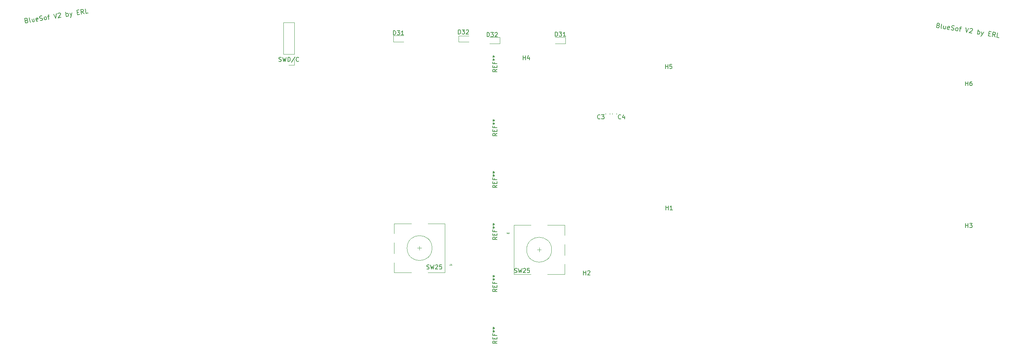
<source format=gto>
G04 #@! TF.GenerationSoftware,KiCad,Pcbnew,(5.99.0-8557-g8988e46ab1)*
G04 #@! TF.CreationDate,2021-01-24T12:11:51-07:00*
G04 #@! TF.ProjectId,BlueSofPanel,426c7565-536f-4665-9061-6e656c2e6b69,rev?*
G04 #@! TF.SameCoordinates,PX85099e0PY51bada0*
G04 #@! TF.FileFunction,Legend,Top*
G04 #@! TF.FilePolarity,Positive*
%FSLAX46Y46*%
G04 Gerber Fmt 4.6, Leading zero omitted, Abs format (unit mm)*
G04 Created by KiCad (PCBNEW (5.99.0-8557-g8988e46ab1)) date 2021-01-24 12:11:51*
%MOMM*%
%LPD*%
G01*
G04 APERTURE LIST*
%ADD10C,0.200000*%
%ADD11C,0.150000*%
%ADD12C,0.120000*%
G04 APERTURE END LIST*
D10*
X-62404921Y43771335D02*
X-62241519Y43744182D01*
X-62181589Y43700640D01*
X-62113464Y43605362D01*
X-62088882Y43450154D01*
X-62124230Y43338487D01*
X-62167771Y43278557D01*
X-62263049Y43210433D01*
X-62676938Y43144879D01*
X-62849016Y44231336D01*
X-62486863Y44288696D01*
X-62375197Y44253348D01*
X-62315267Y44209806D01*
X-62247142Y44114528D01*
X-62230754Y44011056D01*
X-62266102Y43899390D01*
X-62309644Y43839459D01*
X-62404921Y43771335D01*
X-62767074Y43713976D01*
X-61435272Y43341540D02*
X-61546939Y43376887D01*
X-61615063Y43472165D01*
X-61762559Y44403414D01*
X-60670478Y44205146D02*
X-60555759Y43480841D01*
X-61136103Y44131398D02*
X-61045967Y43562301D01*
X-60977842Y43467023D01*
X-60866176Y43431676D01*
X-60710968Y43456258D01*
X-60615690Y43524383D01*
X-60572148Y43584313D01*
X-59632705Y43680072D02*
X-59727983Y43611948D01*
X-59934927Y43579171D01*
X-60046593Y43614519D01*
X-60114718Y43709797D01*
X-60180271Y44123685D01*
X-60144923Y44235351D01*
X-60049645Y44303476D01*
X-59842701Y44336253D01*
X-59731035Y44300905D01*
X-59662910Y44205627D01*
X-59646522Y44102155D01*
X-60147494Y43916741D01*
X-59167080Y43753820D02*
X-59003678Y43726666D01*
X-58744998Y43767637D01*
X-58649720Y43835762D01*
X-58606178Y43895692D01*
X-58570830Y44007358D01*
X-58587218Y44110830D01*
X-58655343Y44206108D01*
X-58715273Y44249650D01*
X-58826939Y44284998D01*
X-59042078Y44303957D01*
X-59153744Y44339305D01*
X-59213674Y44382847D01*
X-59281799Y44478125D01*
X-59298187Y44581597D01*
X-59262839Y44693263D01*
X-59219298Y44753193D01*
X-59124020Y44821318D01*
X-58865339Y44862289D01*
X-58701937Y44835135D01*
X-57917221Y43898744D02*
X-58028887Y43934092D01*
X-58088817Y43977634D01*
X-58156942Y44072912D01*
X-58206107Y44383328D01*
X-58170759Y44494994D01*
X-58127217Y44554925D01*
X-58031939Y44623049D01*
X-57876731Y44647632D01*
X-57765065Y44612284D01*
X-57705135Y44568742D01*
X-57637010Y44473464D01*
X-57587845Y44163048D01*
X-57623193Y44051382D01*
X-57666735Y43991451D01*
X-57762012Y43923327D01*
X-57917221Y43898744D01*
X-57359371Y44729573D02*
X-56945482Y44795127D01*
X-57089444Y44029851D02*
X-57236939Y44961100D01*
X-57201591Y45072767D01*
X-57106313Y45140891D01*
X-57002841Y45157279D01*
X-55968120Y45321163D02*
X-55433890Y44292065D01*
X-55243815Y45435882D01*
X-54917011Y45381575D02*
X-54873469Y45441505D01*
X-54778191Y45509629D01*
X-54519511Y45550600D01*
X-54407844Y45515253D01*
X-54347914Y45471711D01*
X-54279790Y45376433D01*
X-54263401Y45272961D01*
X-54290555Y45109558D01*
X-54813057Y44390395D01*
X-54140489Y44496920D01*
X-52847087Y44701775D02*
X-53019165Y45788232D01*
X-52953612Y45374343D02*
X-52858334Y45442468D01*
X-52651389Y45475244D01*
X-52539723Y45439897D01*
X-52479793Y45396355D01*
X-52411668Y45301077D01*
X-52362503Y44990661D01*
X-52397851Y44878994D01*
X-52441393Y44819064D01*
X-52536671Y44750940D01*
X-52743615Y44718163D01*
X-52855281Y44753511D01*
X-52082293Y45565380D02*
X-51708894Y44882047D01*
X-51564932Y45647322D02*
X-51708894Y44882047D01*
X-51771395Y44606978D01*
X-51814937Y44547048D01*
X-51910215Y44478923D01*
X-50298684Y45688775D02*
X-49936532Y45746134D01*
X-49691188Y45201620D02*
X-50208548Y45119678D01*
X-50380626Y46206135D01*
X-49863266Y46288077D01*
X-48604731Y45373698D02*
X-49048825Y45833699D01*
X-49225563Y45275368D02*
X-49397641Y46361825D01*
X-48983753Y46427378D01*
X-48872086Y46392031D01*
X-48812156Y46348489D01*
X-48744032Y46253211D01*
X-48719449Y46098003D01*
X-48754797Y45986336D01*
X-48798339Y45926406D01*
X-48893617Y45858282D01*
X-49307505Y45792728D01*
X-47621746Y45529387D02*
X-48139106Y45447445D01*
X-48311184Y46533903D01*
X156571157Y42547444D02*
X156718171Y42471125D01*
X156761713Y42411195D01*
X156797061Y42299529D01*
X156772478Y42144321D01*
X156704354Y42049043D01*
X156644423Y42005501D01*
X156532757Y41970153D01*
X156118869Y42035707D01*
X156290947Y43122164D01*
X156653099Y43064805D01*
X156748377Y42996680D01*
X156791919Y42936750D01*
X156827266Y42825084D01*
X156810878Y42721612D01*
X156742754Y42626334D01*
X156682823Y42582792D01*
X156571157Y42547444D01*
X156209005Y42604803D01*
X157360534Y41839046D02*
X157265256Y41907171D01*
X157229908Y42018837D01*
X157377404Y42950086D01*
X158354766Y42424050D02*
X158240047Y41699745D01*
X157889141Y42497798D02*
X157799005Y41928701D01*
X157834353Y41817035D01*
X157929631Y41748910D01*
X158084839Y41724328D01*
X158196505Y41759675D01*
X158256435Y41803217D01*
X159179490Y41603986D02*
X159067824Y41568638D01*
X158860880Y41601415D01*
X158765602Y41669539D01*
X158730254Y41781206D01*
X158795808Y42195094D01*
X158863932Y42290372D01*
X158975598Y42325720D01*
X159182542Y42292943D01*
X159277820Y42224819D01*
X159313168Y42113152D01*
X159296780Y42009680D01*
X158763031Y41988150D01*
X159645115Y41530238D02*
X159792129Y41453920D01*
X160050809Y41412949D01*
X160162475Y41448296D01*
X160222405Y41491838D01*
X160290530Y41587116D01*
X160306918Y41690588D01*
X160271571Y41802255D01*
X160228029Y41862185D01*
X160132751Y41930309D01*
X159934001Y42014822D01*
X159838723Y42082946D01*
X159795181Y42142877D01*
X159759833Y42254543D01*
X159776222Y42358015D01*
X159844346Y42453293D01*
X159904276Y42496835D01*
X160015943Y42532183D01*
X160274623Y42491212D01*
X160421637Y42414893D01*
X160878586Y41281842D02*
X160783308Y41349966D01*
X160739766Y41409896D01*
X160704418Y41521563D01*
X160753583Y41831979D01*
X160821708Y41927257D01*
X160881638Y41970799D01*
X160993304Y42006146D01*
X161148513Y41981564D01*
X161243791Y41913439D01*
X161287332Y41853509D01*
X161322680Y41741843D01*
X161273515Y41431427D01*
X161205391Y41336149D01*
X161145460Y41292607D01*
X161033794Y41257259D01*
X160878586Y41281842D01*
X161665873Y41899622D02*
X162079762Y41834069D01*
X161706363Y41150735D02*
X161853858Y42081984D01*
X161921982Y42177262D01*
X162033649Y42212609D01*
X162137121Y42196221D01*
X163171842Y42032337D02*
X163361917Y40888521D01*
X163896147Y41917619D01*
X164190175Y41764981D02*
X164250105Y41808523D01*
X164361771Y41843871D01*
X164620452Y41802900D01*
X164715730Y41734776D01*
X164759271Y41674845D01*
X164794619Y41563179D01*
X164778231Y41459707D01*
X164701912Y41312693D01*
X163982749Y40790190D01*
X164655318Y40683666D01*
X165948719Y40478811D02*
X166120797Y41565269D01*
X166055244Y41151380D02*
X166166910Y41186728D01*
X166373854Y41153951D01*
X166469132Y41085827D01*
X166512674Y41025896D01*
X166548022Y40914230D01*
X166498857Y40603814D01*
X166430732Y40508536D01*
X166370802Y40464994D01*
X166259136Y40429646D01*
X166052191Y40462423D01*
X165956913Y40530547D01*
X166942951Y41063815D02*
X167086913Y40298539D01*
X167460311Y40981873D02*
X167086913Y40298539D01*
X166942469Y40056247D01*
X166882539Y40012706D01*
X166770873Y39977358D01*
X168677394Y40630005D02*
X169039547Y40572645D01*
X169104619Y39978966D02*
X168587258Y40060908D01*
X168759336Y41147365D01*
X169276697Y41065423D01*
X170191076Y39806888D02*
X169910865Y40381608D01*
X169570243Y39905218D02*
X169742321Y40991676D01*
X170156210Y40926122D01*
X170251488Y40857998D01*
X170295029Y40798067D01*
X170330377Y40686401D01*
X170305794Y40531193D01*
X170237670Y40435915D01*
X170177740Y40392373D01*
X170066074Y40357025D01*
X169652185Y40422579D01*
X171174061Y39651199D02*
X170656700Y39733140D01*
X170828778Y40819598D01*
D11*
X50534610Y-33413184D02*
X50058420Y-33746517D01*
X50534610Y-33984612D02*
X49534610Y-33984612D01*
X49534610Y-33603660D01*
X49582230Y-33508422D01*
X49629849Y-33460803D01*
X49725087Y-33413184D01*
X49867944Y-33413184D01*
X49963182Y-33460803D01*
X50010801Y-33508422D01*
X50058420Y-33603660D01*
X50058420Y-33984612D01*
X50010801Y-32984612D02*
X50010801Y-32651279D01*
X50534610Y-32508422D02*
X50534610Y-32984612D01*
X49534610Y-32984612D01*
X49534610Y-32508422D01*
X50010801Y-31746517D02*
X50010801Y-32079851D01*
X50534610Y-32079851D02*
X49534610Y-32079851D01*
X49534610Y-31603660D01*
X49534610Y-31079851D02*
X49772706Y-31079851D01*
X49677468Y-31317946D02*
X49772706Y-31079851D01*
X49677468Y-30841755D01*
X49963182Y-31222708D02*
X49772706Y-31079851D01*
X49963182Y-30936993D01*
X49534610Y-30317946D02*
X49772706Y-30317946D01*
X49677468Y-30556041D02*
X49772706Y-30317946D01*
X49677468Y-30079851D01*
X49963182Y-30460803D02*
X49772706Y-30317946D01*
X49963182Y-30175089D01*
X50534610Y31986816D02*
X50058420Y31653483D01*
X50534610Y31415388D02*
X49534610Y31415388D01*
X49534610Y31796340D01*
X49582230Y31891578D01*
X49629849Y31939197D01*
X49725087Y31986816D01*
X49867944Y31986816D01*
X49963182Y31939197D01*
X50010801Y31891578D01*
X50058420Y31796340D01*
X50058420Y31415388D01*
X50010801Y32415388D02*
X50010801Y32748721D01*
X50534610Y32891578D02*
X50534610Y32415388D01*
X49534610Y32415388D01*
X49534610Y32891578D01*
X50010801Y33653483D02*
X50010801Y33320149D01*
X50534610Y33320149D02*
X49534610Y33320149D01*
X49534610Y33796340D01*
X49534610Y34320149D02*
X49772706Y34320149D01*
X49677468Y34082054D02*
X49772706Y34320149D01*
X49677468Y34558245D01*
X49963182Y34177292D02*
X49772706Y34320149D01*
X49963182Y34463007D01*
X49534610Y35082054D02*
X49772706Y35082054D01*
X49677468Y34843959D02*
X49772706Y35082054D01*
X49677468Y35320149D01*
X49963182Y34939197D02*
X49772706Y35082054D01*
X49963182Y35224911D01*
X50534610Y16586816D02*
X50058420Y16253483D01*
X50534610Y16015388D02*
X49534610Y16015388D01*
X49534610Y16396340D01*
X49582230Y16491578D01*
X49629849Y16539197D01*
X49725087Y16586816D01*
X49867944Y16586816D01*
X49963182Y16539197D01*
X50010801Y16491578D01*
X50058420Y16396340D01*
X50058420Y16015388D01*
X50010801Y17015388D02*
X50010801Y17348721D01*
X50534610Y17491578D02*
X50534610Y17015388D01*
X49534610Y17015388D01*
X49534610Y17491578D01*
X50010801Y18253483D02*
X50010801Y17920149D01*
X50534610Y17920149D02*
X49534610Y17920149D01*
X49534610Y18396340D01*
X49534610Y18920149D02*
X49772706Y18920149D01*
X49677468Y18682054D02*
X49772706Y18920149D01*
X49677468Y19158245D01*
X49963182Y18777292D02*
X49772706Y18920149D01*
X49963182Y19063007D01*
X49534610Y19682054D02*
X49772706Y19682054D01*
X49677468Y19443959D02*
X49772706Y19682054D01*
X49677468Y19920149D01*
X49963182Y19539197D02*
X49772706Y19682054D01*
X49963182Y19824911D01*
X50534610Y4086816D02*
X50058420Y3753483D01*
X50534610Y3515388D02*
X49534610Y3515388D01*
X49534610Y3896340D01*
X49582230Y3991578D01*
X49629849Y4039197D01*
X49725087Y4086816D01*
X49867944Y4086816D01*
X49963182Y4039197D01*
X50010801Y3991578D01*
X50058420Y3896340D01*
X50058420Y3515388D01*
X50010801Y4515388D02*
X50010801Y4848721D01*
X50534610Y4991578D02*
X50534610Y4515388D01*
X49534610Y4515388D01*
X49534610Y4991578D01*
X50010801Y5753483D02*
X50010801Y5420149D01*
X50534610Y5420149D02*
X49534610Y5420149D01*
X49534610Y5896340D01*
X49534610Y6420149D02*
X49772706Y6420149D01*
X49677468Y6182054D02*
X49772706Y6420149D01*
X49677468Y6658245D01*
X49963182Y6277292D02*
X49772706Y6420149D01*
X49963182Y6563007D01*
X49534610Y7182054D02*
X49772706Y7182054D01*
X49677468Y6943959D02*
X49772706Y7182054D01*
X49677468Y7420149D01*
X49963182Y7039197D02*
X49772706Y7182054D01*
X49963182Y7324911D01*
X50534610Y-8413184D02*
X50058420Y-8746517D01*
X50534610Y-8984612D02*
X49534610Y-8984612D01*
X49534610Y-8603660D01*
X49582230Y-8508422D01*
X49629849Y-8460803D01*
X49725087Y-8413184D01*
X49867944Y-8413184D01*
X49963182Y-8460803D01*
X50010801Y-8508422D01*
X50058420Y-8603660D01*
X50058420Y-8984612D01*
X50010801Y-7984612D02*
X50010801Y-7651279D01*
X50534610Y-7508422D02*
X50534610Y-7984612D01*
X49534610Y-7984612D01*
X49534610Y-7508422D01*
X50010801Y-6746517D02*
X50010801Y-7079851D01*
X50534610Y-7079851D02*
X49534610Y-7079851D01*
X49534610Y-6603660D01*
X49534610Y-6079851D02*
X49772706Y-6079851D01*
X49677468Y-6317946D02*
X49772706Y-6079851D01*
X49677468Y-5841755D01*
X49963182Y-6222708D02*
X49772706Y-6079851D01*
X49963182Y-5936993D01*
X49534610Y-5317946D02*
X49772706Y-5317946D01*
X49677468Y-5556041D02*
X49772706Y-5317946D01*
X49677468Y-5079851D01*
X49963182Y-5460803D02*
X49772706Y-5317946D01*
X49963182Y-5175089D01*
X50534610Y-20913184D02*
X50058420Y-21246517D01*
X50534610Y-21484612D02*
X49534610Y-21484612D01*
X49534610Y-21103660D01*
X49582230Y-21008422D01*
X49629849Y-20960803D01*
X49725087Y-20913184D01*
X49867944Y-20913184D01*
X49963182Y-20960803D01*
X50010801Y-21008422D01*
X50058420Y-21103660D01*
X50058420Y-21484612D01*
X50010801Y-20484612D02*
X50010801Y-20151279D01*
X50534610Y-20008422D02*
X50534610Y-20484612D01*
X49534610Y-20484612D01*
X49534610Y-20008422D01*
X50010801Y-19246517D02*
X50010801Y-19579851D01*
X50534610Y-19579851D02*
X49534610Y-19579851D01*
X49534610Y-19103660D01*
X49534610Y-18579851D02*
X49772706Y-18579851D01*
X49677468Y-18817946D02*
X49772706Y-18579851D01*
X49677468Y-18341755D01*
X49963182Y-18722708D02*
X49772706Y-18579851D01*
X49963182Y-18436993D01*
X49534610Y-17817946D02*
X49772706Y-17817946D01*
X49677468Y-18056041D02*
X49772706Y-17817946D01*
X49677468Y-17579851D01*
X49963182Y-17960803D02*
X49772706Y-17817946D01*
X49963182Y-17675089D01*
X163134801Y28069856D02*
X163134801Y29069856D01*
X163134801Y28593665D02*
X163706229Y28593665D01*
X163706229Y28069856D02*
X163706229Y29069856D01*
X164610991Y29069856D02*
X164420515Y29069856D01*
X164325277Y29022236D01*
X164277658Y28974617D01*
X164182420Y28831760D01*
X164134801Y28641284D01*
X164134801Y28260332D01*
X164182420Y28165094D01*
X164230039Y28117475D01*
X164325277Y28069856D01*
X164515753Y28069856D01*
X164610991Y28117475D01*
X164658610Y28165094D01*
X164706229Y28260332D01*
X164706229Y28498427D01*
X164658610Y28593665D01*
X164610991Y28641284D01*
X164515753Y28688903D01*
X164325277Y28688903D01*
X164230039Y28641284D01*
X164182420Y28593665D01*
X164134801Y28498427D01*
X48182420Y39844856D02*
X48182420Y40844856D01*
X48420515Y40844856D01*
X48563372Y40797236D01*
X48658610Y40701998D01*
X48706229Y40606760D01*
X48753848Y40416284D01*
X48753848Y40273427D01*
X48706229Y40082951D01*
X48658610Y39987713D01*
X48563372Y39892475D01*
X48420515Y39844856D01*
X48182420Y39844856D01*
X49087182Y40844856D02*
X49706229Y40844856D01*
X49372896Y40463903D01*
X49515753Y40463903D01*
X49610991Y40416284D01*
X49658610Y40368665D01*
X49706229Y40273427D01*
X49706229Y40035332D01*
X49658610Y39940094D01*
X49610991Y39892475D01*
X49515753Y39844856D01*
X49230039Y39844856D01*
X49134801Y39892475D01*
X49087182Y39940094D01*
X50087182Y40749617D02*
X50134801Y40797236D01*
X50230039Y40844856D01*
X50468134Y40844856D01*
X50563372Y40797236D01*
X50610991Y40749617D01*
X50658610Y40654379D01*
X50658610Y40559141D01*
X50610991Y40416284D01*
X50039563Y39844856D01*
X50658610Y39844856D01*
X33685230Y-16057525D02*
X33828087Y-16105144D01*
X34066182Y-16105144D01*
X34161420Y-16057525D01*
X34209039Y-16009906D01*
X34256658Y-15914668D01*
X34256658Y-15819430D01*
X34209039Y-15724192D01*
X34161420Y-15676573D01*
X34066182Y-15628954D01*
X33875706Y-15581335D01*
X33780468Y-15533716D01*
X33732849Y-15486097D01*
X33685230Y-15390859D01*
X33685230Y-15295621D01*
X33732849Y-15200383D01*
X33780468Y-15152764D01*
X33875706Y-15105144D01*
X34113801Y-15105144D01*
X34256658Y-15152764D01*
X34589992Y-15105144D02*
X34828087Y-16105144D01*
X35018563Y-15390859D01*
X35209039Y-16105144D01*
X35447134Y-15105144D01*
X35780468Y-15200383D02*
X35828087Y-15152764D01*
X35923325Y-15105144D01*
X36161420Y-15105144D01*
X36256658Y-15152764D01*
X36304277Y-15200383D01*
X36351896Y-15295621D01*
X36351896Y-15390859D01*
X36304277Y-15533716D01*
X35732849Y-16105144D01*
X36351896Y-16105144D01*
X37256658Y-15105144D02*
X36780468Y-15105144D01*
X36732849Y-15581335D01*
X36780468Y-15533716D01*
X36875706Y-15486097D01*
X37113801Y-15486097D01*
X37209039Y-15533716D01*
X37256658Y-15581335D01*
X37304277Y-15676573D01*
X37304277Y-15914668D01*
X37256658Y-16009906D01*
X37209039Y-16057525D01*
X37113801Y-16105144D01*
X36875706Y-16105144D01*
X36780468Y-16057525D01*
X36732849Y-16009906D01*
X91134801Y-1830144D02*
X91134801Y-830144D01*
X91134801Y-1306335D02*
X91706229Y-1306335D01*
X91706229Y-1830144D02*
X91706229Y-830144D01*
X92706229Y-1830144D02*
X92134801Y-1830144D01*
X92420515Y-1830144D02*
X92420515Y-830144D01*
X92325277Y-973002D01*
X92230039Y-1068240D01*
X92134801Y-1115859D01*
X41280468Y40494856D02*
X41280468Y41494856D01*
X41518563Y41494856D01*
X41661420Y41447236D01*
X41756658Y41351998D01*
X41804277Y41256760D01*
X41851896Y41066284D01*
X41851896Y40923427D01*
X41804277Y40732951D01*
X41756658Y40637713D01*
X41661420Y40542475D01*
X41518563Y40494856D01*
X41280468Y40494856D01*
X42185230Y41494856D02*
X42804277Y41494856D01*
X42470944Y41113903D01*
X42613801Y41113903D01*
X42709039Y41066284D01*
X42756658Y41018665D01*
X42804277Y40923427D01*
X42804277Y40685332D01*
X42756658Y40590094D01*
X42709039Y40542475D01*
X42613801Y40494856D01*
X42328087Y40494856D01*
X42232849Y40542475D01*
X42185230Y40590094D01*
X43185230Y41399617D02*
X43232849Y41447236D01*
X43328087Y41494856D01*
X43566182Y41494856D01*
X43661420Y41447236D01*
X43709039Y41399617D01*
X43756658Y41304379D01*
X43756658Y41209141D01*
X43709039Y41066284D01*
X43137611Y40494856D01*
X43756658Y40494856D01*
X-1813199Y33942475D02*
X-1670342Y33894856D01*
X-1432246Y33894856D01*
X-1337008Y33942475D01*
X-1289389Y33990094D01*
X-1241770Y34085332D01*
X-1241770Y34180570D01*
X-1289389Y34275808D01*
X-1337008Y34323427D01*
X-1432246Y34371046D01*
X-1622723Y34418665D01*
X-1717961Y34466284D01*
X-1765580Y34513903D01*
X-1813199Y34609141D01*
X-1813199Y34704379D01*
X-1765580Y34799617D01*
X-1717961Y34847236D01*
X-1622723Y34894856D01*
X-1384627Y34894856D01*
X-1241770Y34847236D01*
X-908437Y34894856D02*
X-670342Y33894856D01*
X-479866Y34609141D01*
X-289389Y33894856D01*
X-51294Y34894856D01*
X329658Y33894856D02*
X329658Y34894856D01*
X567754Y34894856D01*
X710611Y34847236D01*
X805849Y34751998D01*
X853468Y34656760D01*
X901087Y34466284D01*
X901087Y34323427D01*
X853468Y34132951D01*
X805849Y34037713D01*
X710611Y33942475D01*
X567754Y33894856D01*
X329658Y33894856D01*
X2043944Y34942475D02*
X1186801Y33656760D01*
X2948706Y33990094D02*
X2901087Y33942475D01*
X2758230Y33894856D01*
X2662992Y33894856D01*
X2520134Y33942475D01*
X2424896Y34037713D01*
X2377277Y34132951D01*
X2329658Y34323427D01*
X2329658Y34466284D01*
X2377277Y34656760D01*
X2424896Y34751998D01*
X2520134Y34847236D01*
X2662992Y34894856D01*
X2758230Y34894856D01*
X2901087Y34847236D01*
X2948706Y34799617D01*
X56859801Y34294856D02*
X56859801Y35294856D01*
X56859801Y34818665D02*
X57431229Y34818665D01*
X57431229Y34294856D02*
X57431229Y35294856D01*
X58335991Y34961522D02*
X58335991Y34294856D01*
X58097896Y35342475D02*
X57859801Y34628189D01*
X58478848Y34628189D01*
X71359801Y-17505144D02*
X71359801Y-16505144D01*
X71359801Y-16981335D02*
X71931229Y-16981335D01*
X71931229Y-17505144D02*
X71931229Y-16505144D01*
X72359801Y-16600383D02*
X72407420Y-16552764D01*
X72502658Y-16505144D01*
X72740753Y-16505144D01*
X72835991Y-16552764D01*
X72883610Y-16600383D01*
X72931229Y-16695621D01*
X72931229Y-16790859D01*
X72883610Y-16933716D01*
X72312182Y-17505144D01*
X72931229Y-17505144D01*
X54787182Y-16907525D02*
X54930039Y-16955144D01*
X55168134Y-16955144D01*
X55263372Y-16907525D01*
X55310991Y-16859906D01*
X55358610Y-16764668D01*
X55358610Y-16669430D01*
X55310991Y-16574192D01*
X55263372Y-16526573D01*
X55168134Y-16478954D01*
X54977658Y-16431335D01*
X54882420Y-16383716D01*
X54834801Y-16336097D01*
X54787182Y-16240859D01*
X54787182Y-16145621D01*
X54834801Y-16050383D01*
X54882420Y-16002764D01*
X54977658Y-15955144D01*
X55215753Y-15955144D01*
X55358610Y-16002764D01*
X55691944Y-15955144D02*
X55930039Y-16955144D01*
X56120515Y-16240859D01*
X56310991Y-16955144D01*
X56549086Y-15955144D01*
X56882420Y-16050383D02*
X56930039Y-16002764D01*
X57025277Y-15955144D01*
X57263372Y-15955144D01*
X57358610Y-16002764D01*
X57406229Y-16050383D01*
X57453848Y-16145621D01*
X57453848Y-16240859D01*
X57406229Y-16383716D01*
X56834801Y-16955144D01*
X57453848Y-16955144D01*
X58358610Y-15955144D02*
X57882420Y-15955144D01*
X57834801Y-16431335D01*
X57882420Y-16383716D01*
X57977658Y-16336097D01*
X58215753Y-16336097D01*
X58310991Y-16383716D01*
X58358610Y-16431335D01*
X58406229Y-16526573D01*
X58406229Y-16764668D01*
X58358610Y-16859906D01*
X58310991Y-16907525D01*
X58215753Y-16955144D01*
X57977658Y-16955144D01*
X57882420Y-16907525D01*
X57834801Y-16859906D01*
X163134801Y-6130144D02*
X163134801Y-5130144D01*
X163134801Y-5606335D02*
X163706229Y-5606335D01*
X163706229Y-6130144D02*
X163706229Y-5130144D01*
X164087182Y-5130144D02*
X164706229Y-5130144D01*
X164372896Y-5511097D01*
X164515753Y-5511097D01*
X164610991Y-5558716D01*
X164658610Y-5606335D01*
X164706229Y-5701573D01*
X164706229Y-5939668D01*
X164658610Y-6034906D01*
X164610991Y-6082525D01*
X164515753Y-6130144D01*
X164230039Y-6130144D01*
X164134801Y-6082525D01*
X164087182Y-6034906D01*
X25680468Y40294856D02*
X25680468Y41294856D01*
X25918563Y41294856D01*
X26061420Y41247236D01*
X26156658Y41151998D01*
X26204277Y41056760D01*
X26251896Y40866284D01*
X26251896Y40723427D01*
X26204277Y40532951D01*
X26156658Y40437713D01*
X26061420Y40342475D01*
X25918563Y40294856D01*
X25680468Y40294856D01*
X26585230Y41294856D02*
X27204277Y41294856D01*
X26870944Y40913903D01*
X27013801Y40913903D01*
X27109039Y40866284D01*
X27156658Y40818665D01*
X27204277Y40723427D01*
X27204277Y40485332D01*
X27156658Y40390094D01*
X27109039Y40342475D01*
X27013801Y40294856D01*
X26728087Y40294856D01*
X26632849Y40342475D01*
X26585230Y40390094D01*
X28156658Y40294856D02*
X27585230Y40294856D01*
X27870944Y40294856D02*
X27870944Y41294856D01*
X27775706Y41151998D01*
X27680468Y41056760D01*
X27585230Y41009141D01*
X64582420Y39944856D02*
X64582420Y40944856D01*
X64820515Y40944856D01*
X64963372Y40897236D01*
X65058610Y40801998D01*
X65106229Y40706760D01*
X65153848Y40516284D01*
X65153848Y40373427D01*
X65106229Y40182951D01*
X65058610Y40087713D01*
X64963372Y39992475D01*
X64820515Y39944856D01*
X64582420Y39944856D01*
X65487182Y40944856D02*
X66106229Y40944856D01*
X65772896Y40563903D01*
X65915753Y40563903D01*
X66010991Y40516284D01*
X66058610Y40468665D01*
X66106229Y40373427D01*
X66106229Y40135332D01*
X66058610Y40040094D01*
X66010991Y39992475D01*
X65915753Y39944856D01*
X65630039Y39944856D01*
X65534801Y39992475D01*
X65487182Y40040094D01*
X67058610Y39944856D02*
X66487182Y39944856D01*
X66772896Y39944856D02*
X66772896Y40944856D01*
X66677658Y40801998D01*
X66582420Y40706760D01*
X66487182Y40659141D01*
X91034801Y32169856D02*
X91034801Y33169856D01*
X91034801Y32693665D02*
X91606229Y32693665D01*
X91606229Y32169856D02*
X91606229Y33169856D01*
X92558610Y33169856D02*
X92082420Y33169856D01*
X92034801Y32693665D01*
X92082420Y32741284D01*
X92177658Y32788903D01*
X92415753Y32788903D01*
X92510991Y32741284D01*
X92558610Y32693665D01*
X92606229Y32598427D01*
X92606229Y32360332D01*
X92558610Y32265094D01*
X92510991Y32217475D01*
X92415753Y32169856D01*
X92177658Y32169856D01*
X92082420Y32217475D01*
X92034801Y32265094D01*
X80330039Y20140094D02*
X80282420Y20092475D01*
X80139563Y20044856D01*
X80044325Y20044856D01*
X79901467Y20092475D01*
X79806229Y20187713D01*
X79758610Y20282951D01*
X79710991Y20473427D01*
X79710991Y20616284D01*
X79758610Y20806760D01*
X79806229Y20901998D01*
X79901467Y20997236D01*
X80044325Y21044856D01*
X80139563Y21044856D01*
X80282420Y20997236D01*
X80330039Y20949617D01*
X81187182Y20711522D02*
X81187182Y20044856D01*
X80949086Y21092475D02*
X80710991Y20378189D01*
X81330039Y20378189D01*
X75330039Y20140094D02*
X75282420Y20092475D01*
X75139563Y20044856D01*
X75044325Y20044856D01*
X74901467Y20092475D01*
X74806229Y20187713D01*
X74758610Y20282951D01*
X74710991Y20473427D01*
X74710991Y20616284D01*
X74758610Y20806760D01*
X74806229Y20901998D01*
X74901467Y20997236D01*
X75044325Y21044856D01*
X75139563Y21044856D01*
X75282420Y20997236D01*
X75330039Y20949617D01*
X75663372Y21044856D02*
X76282420Y21044856D01*
X75949086Y20663903D01*
X76091944Y20663903D01*
X76187182Y20616284D01*
X76234801Y20568665D01*
X76282420Y20473427D01*
X76282420Y20235332D01*
X76234801Y20140094D01*
X76187182Y20092475D01*
X76091944Y20044856D01*
X75806229Y20044856D01*
X75710991Y20092475D01*
X75663372Y20140094D01*
D12*
X51281706Y38187236D02*
X51281706Y39657236D01*
X51281706Y39657236D02*
X48821706Y39657236D01*
X48821706Y38187236D02*
X51281706Y38187236D01*
X38067754Y-16952764D02*
X38067754Y-5152764D01*
X25867754Y-12352764D02*
X25867754Y-9752764D01*
X33967754Y-16952764D02*
X38067754Y-16952764D01*
X25867754Y-7552764D02*
X25867754Y-5152764D01*
X25867754Y-16952764D02*
X25867754Y-14552764D01*
X33967754Y-5152764D02*
X38067754Y-5152764D01*
X39467754Y-14852764D02*
X39767754Y-15152764D01*
X39167754Y-15152764D02*
X39467754Y-14852764D01*
X32467754Y-11052764D02*
X31467754Y-11052764D01*
X39767754Y-15152764D02*
X39167754Y-15152764D01*
X25867754Y-5152764D02*
X29967754Y-5152764D01*
X31967754Y-11552764D02*
X31967754Y-10552764D01*
X29967754Y-16952764D02*
X25867754Y-16952764D01*
X34967754Y-11052764D02*
G75*
G03*
X34967754Y-11052764I-3000000J0D01*
G01*
X43842754Y40057236D02*
X41382754Y40057236D01*
X41382754Y40057236D02*
X41382754Y38587236D01*
X41382754Y38587236D02*
X43842754Y38587236D01*
X-762246Y35617236D02*
X-762246Y43297236D01*
X1897754Y35617236D02*
X1897754Y43297236D01*
X1897754Y33017236D02*
X567754Y33017236D01*
X1897754Y43297236D02*
X-762246Y43297236D01*
X1897754Y34347236D02*
X1897754Y33017236D01*
X1897754Y35617236D02*
X-762246Y35617236D01*
X54596706Y-5552764D02*
X54596706Y-17352764D01*
X60196706Y-11452764D02*
X61196706Y-11452764D01*
X52896706Y-7352764D02*
X53496706Y-7352764D01*
X66796706Y-10152764D02*
X66796706Y-12752764D01*
X66796706Y-17352764D02*
X62696706Y-17352764D01*
X58696706Y-5552764D02*
X54596706Y-5552764D01*
X66796706Y-5552764D02*
X66796706Y-7952764D01*
X53496706Y-7352764D02*
X53196706Y-7652764D01*
X62696706Y-5552764D02*
X66796706Y-5552764D01*
X66796706Y-14952764D02*
X66796706Y-17352764D01*
X60696706Y-10952764D02*
X60696706Y-11952764D01*
X53196706Y-7652764D02*
X52896706Y-7352764D01*
X58696706Y-17352764D02*
X54596706Y-17352764D01*
X63696706Y-11452764D02*
G75*
G03*
X63696706Y-11452764I-3000000J0D01*
G01*
X25682754Y40082236D02*
X25682754Y38612236D01*
X25682754Y38612236D02*
X28142754Y38612236D01*
X28142754Y40082236D02*
X25682754Y40082236D01*
X66981706Y39682236D02*
X64521706Y39682236D01*
X66981706Y38212236D02*
X66981706Y39682236D01*
X64521706Y38212236D02*
X66981706Y38212236D01*
X79306706Y21150969D02*
X79306706Y21443503D01*
X78286706Y21150969D02*
X78286706Y21443503D01*
X77669206Y21150969D02*
X77669206Y21443503D01*
X76649206Y21150969D02*
X76649206Y21443503D01*
M02*

</source>
